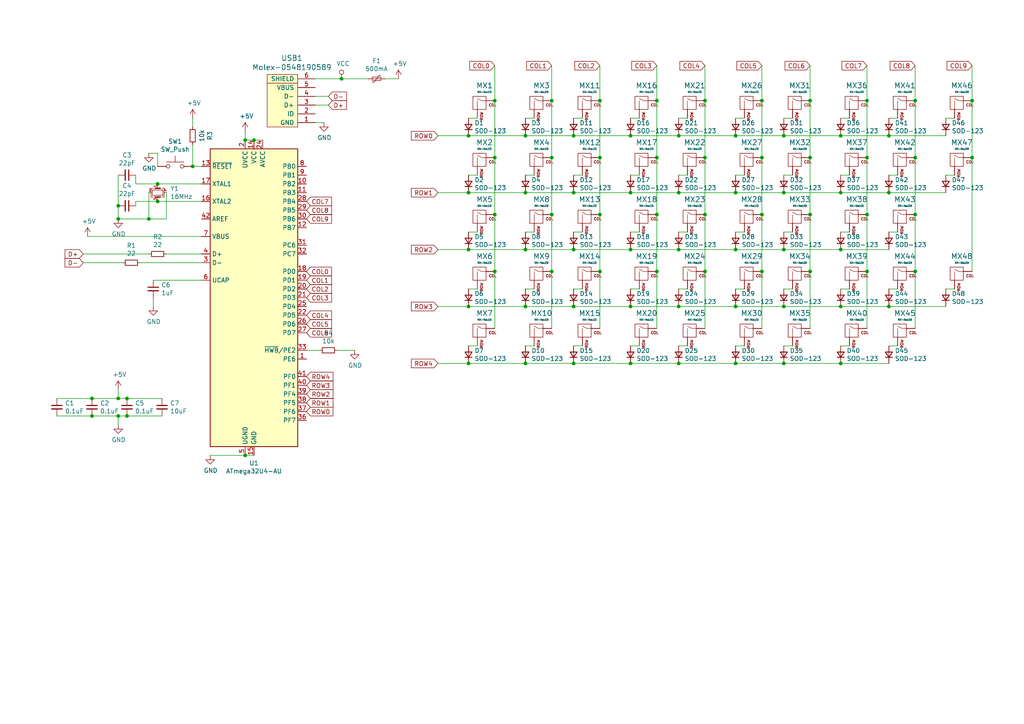
<source format=kicad_sch>
(kicad_sch (version 20231120) (generator "eeschema") (generator_version "8.0")
  (paper "A4")
  (junction (at 243.84 72.39))
  (junction (at 152.4 39.37))
  (junction (at 160.02 45.72))
  (junction (at 26.67 120.65))
  (junction (at 173.99 62.23))
  (junction (at 166.37 105.41))
  (junction (at 182.88 105.41))
  (junction (at 36.83 115.57))
  (junction (at 251.46 78.74))
  (junction (at 143.51 29.21))
  (junction (at 143.51 78.74))
  (junction (at 213.36 88.9))
  (junction (at 265.43 62.23))
  (junction (at 220.98 45.72))
  (junction (at 190.5 78.74))
  (junction (at 160.02 62.23))
  (junction (at 227.33 39.37))
  (junction (at 213.36 72.39))
  (junction (at 227.33 72.39))
  (junction (at 196.85 105.41))
  (junction (at 227.33 55.88))
  (junction (at 166.37 88.9))
  (junction (at 234.95 29.21))
  (junction (at 257.81 55.88))
  (junction (at 257.81 39.37))
  (junction (at 213.36 105.41))
  (junction (at 99.06 22.86))
  (junction (at 281.94 45.72))
  (junction (at 135.89 88.9))
  (junction (at 234.95 78.74))
  (junction (at 160.02 29.21))
  (junction (at 34.29 63.5))
  (junction (at 135.89 39.37))
  (junction (at 160.02 78.74))
  (junction (at 196.85 88.9))
  (junction (at 251.46 45.72))
  (junction (at 213.36 39.37))
  (junction (at 190.5 29.21))
  (junction (at 73.66 40.64))
  (junction (at 196.85 72.39))
  (junction (at 152.4 88.9))
  (junction (at 152.4 105.41))
  (junction (at 234.95 45.72))
  (junction (at 213.36 55.88))
  (junction (at 143.51 62.23))
  (junction (at 152.4 55.88))
  (junction (at 196.85 55.88))
  (junction (at 166.37 39.37))
  (junction (at 173.99 29.21))
  (junction (at 26.67 115.57))
  (junction (at 257.81 88.9))
  (junction (at 227.33 105.41))
  (junction (at 45.72 58.42))
  (junction (at 135.89 55.88))
  (junction (at 234.95 62.23))
  (junction (at 152.4 72.39))
  (junction (at 71.12 40.64))
  (junction (at 251.46 29.21))
  (junction (at 182.88 72.39))
  (junction (at 204.47 78.74))
  (junction (at 135.89 72.39))
  (junction (at 166.37 55.88))
  (junction (at 173.99 45.72))
  (junction (at 71.12 132.08))
  (junction (at 204.47 45.72))
  (junction (at 204.47 62.23))
  (junction (at 220.98 29.21))
  (junction (at 45.72 53.34))
  (junction (at 182.88 39.37))
  (junction (at 135.89 105.41))
  (junction (at 243.84 88.9))
  (junction (at 227.33 88.9))
  (junction (at 173.99 78.74))
  (junction (at 55.88 48.26))
  (junction (at 182.88 88.9))
  (junction (at 220.98 78.74))
  (junction (at 243.84 39.37))
  (junction (at 34.29 59.69))
  (junction (at 243.84 55.88))
  (junction (at 265.43 78.74))
  (junction (at 265.43 45.72))
  (junction (at 143.51 45.72))
  (junction (at 43.18 63.5))
  (junction (at 166.37 72.39))
  (junction (at 196.85 39.37))
  (junction (at 220.98 62.23))
  (junction (at 243.84 105.41))
  (junction (at 34.29 120.65))
  (junction (at 190.5 62.23))
  (junction (at 265.43 29.21))
  (junction (at 182.88 55.88))
  (junction (at 34.29 115.57))
  (junction (at 281.94 29.21))
  (junction (at 36.83 120.65))
  (junction (at 204.47 29.21))
  (junction (at 251.46 62.23))
  (junction (at 190.5 45.72))
  (wire (pts (xy 190.5 45.72) (xy 190.5 29.21)))
  (wire (pts (xy 45.72 53.34) (xy 39.37 53.34)))
  (wire (pts (xy 73.66 132.08) (xy 71.12 132.08)))
  (wire (pts (xy 91.44 35.56) (xy 93.98 35.56)))
  (wire (pts (xy 213.36 83.82) (xy 215.9 83.82)))
  (wire (pts (xy 135.89 100.33) (xy 138.43 100.33)))
  (wire (pts (xy 251.46 29.21) (xy 251.46 19.05)))
  (wire (pts (xy 152.4 39.37) (xy 166.37 39.37)))
  (wire (pts (xy 196.85 50.8) (xy 199.39 50.8)))
  (wire (pts (xy 152.4 100.33) (xy 154.94 100.33)))
  (wire (pts (xy 152.4 39.37) (xy 135.89 39.37)))
  (wire (pts (xy 227.33 100.33) (xy 229.87 100.33)))
  (wire (pts (xy 55.88 48.26) (xy 58.42 48.26)))
  (wire (pts (xy 220.98 45.72) (xy 220.98 62.23)))
  (wire (pts (xy 243.84 72.39) (xy 227.33 72.39)))
  (wire (pts (xy 220.98 78.74) (xy 220.98 62.23)))
  (wire (pts (xy 173.99 95.25) (xy 173.99 78.74)))
  (wire (pts (xy 234.95 78.74) (xy 234.95 62.23)))
  (wire (pts (xy 152.4 88.9) (xy 135.89 88.9)))
  (wire (pts (xy 26.67 115.57) (xy 16.51 115.57)))
  (wire (pts (xy 91.44 22.86) (xy 99.06 22.86)))
  (wire (pts (xy 234.95 45.72) (xy 234.95 62.23)))
  (wire (pts (xy 243.84 39.37) (xy 257.81 39.37)))
  (wire (pts (xy 243.84 34.29) (xy 246.38 34.29)))
  (wire (pts (xy 243.84 105.41) (xy 227.33 105.41)))
  (wire (pts (xy 111.76 22.86) (xy 115.57 22.86)))
  (wire (pts (xy 243.84 100.33) (xy 246.38 100.33)))
  (wire (pts (xy 251.46 45.72) (xy 251.46 62.23)))
  (wire (pts (xy 190.5 45.72) (xy 190.5 62.23)))
  (wire (pts (xy 34.29 59.69) (xy 34.29 63.5)))
  (wire (pts (xy 43.18 44.45) (xy 45.72 44.45)))
  (wire (pts (xy 168.91 67.31) (xy 166.37 67.31)))
  (wire (pts (xy 135.89 50.8) (xy 138.43 50.8)))
  (wire (pts (xy 45.72 58.42) (xy 39.37 58.42)))
  (wire (pts (xy 135.89 83.82) (xy 138.43 83.82)))
  (wire (pts (xy 55.88 34.29) (xy 55.88 36.83)))
  (wire (pts (xy 243.84 50.8) (xy 246.38 50.8)))
  (wire (pts (xy 274.32 88.9) (xy 257.81 88.9)))
  (wire (pts (xy 45.72 44.45) (xy 45.72 48.26)))
  (wire (pts (xy 265.43 78.74) (xy 265.43 62.23)))
  (wire (pts (xy 39.37 53.34) (xy 39.37 50.8)))
  (wire (pts (xy 204.47 45.72) (xy 204.47 29.21)))
  (wire (pts (xy 152.4 50.8) (xy 154.94 50.8)))
  (wire (pts (xy 97.79 101.6) (xy 102.87 101.6)))
  (wire (pts (xy 234.95 45.72) (xy 234.95 29.21)))
  (wire (pts (xy 135.89 39.37) (xy 127 39.37)))
  (wire (pts (xy 143.51 29.21) (xy 143.51 19.05)))
  (wire (pts (xy 251.46 78.74) (xy 251.46 62.23)))
  (wire (pts (xy 251.46 45.72) (xy 251.46 29.21)))
  (wire (pts (xy 58.42 53.34) (xy 45.72 53.34)))
  (wire (pts (xy 138.43 34.29) (xy 135.89 34.29)))
  (wire (pts (xy 143.51 95.25) (xy 143.51 78.74)))
  (wire (pts (xy 213.36 67.31) (xy 215.9 67.31)))
  (wire (pts (xy 160.02 78.74) (xy 160.02 62.23)))
  (wire (pts (xy 135.89 105.41) (xy 127 105.41)))
  (wire (pts (xy 199.39 67.31) (xy 196.85 67.31)))
  (wire (pts (xy 160.02 45.72) (xy 160.02 62.23)))
  (wire (pts (xy 260.35 34.29) (xy 257.81 34.29)))
  (wire (pts (xy 229.87 67.31) (xy 227.33 67.31)))
  (wire (pts (xy 166.37 100.33) (xy 168.91 100.33)))
  (wire (pts (xy 166.37 83.82) (xy 168.91 83.82)))
  (wire (pts (xy 34.29 113.03) (xy 34.29 115.57)))
  (wire (pts (xy 58.42 73.66) (xy 48.26 73.66)))
  (wire (pts (xy 182.88 105.41) (xy 166.37 105.41)))
  (wire (pts (xy 152.4 55.88) (xy 135.89 55.88)))
  (wire (pts (xy 135.89 88.9) (xy 127 88.9)))
  (wire (pts (xy 152.4 55.88) (xy 166.37 55.88)))
  (wire (pts (xy 265.43 29.21) (xy 265.43 19.05)))
  (wire (pts (xy 152.4 34.29) (xy 154.94 34.29)))
  (wire (pts (xy 16.51 120.65) (xy 26.67 120.65)))
  (wire (pts (xy 34.29 115.57) (xy 26.67 115.57)))
  (wire (pts (xy 48.26 63.5) (xy 48.26 55.88)))
  (wire (pts (xy 88.9 101.6) (xy 92.71 101.6)))
  (wire (pts (xy 274.32 55.88) (xy 257.81 55.88)))
  (wire (pts (xy 243.84 67.31) (xy 246.38 67.31)))
  (wire (pts (xy 182.88 34.29) (xy 185.42 34.29)))
  (wire (pts (xy 143.51 45.72) (xy 143.51 29.21)))
  (wire (pts (xy 99.06 22.86) (xy 106.68 22.86)))
  (wire (pts (xy 196.85 83.82) (xy 199.39 83.82)))
  (wire (pts (xy 152.4 105.41) (xy 166.37 105.41)))
  (wire (pts (xy 213.36 100.33) (xy 215.9 100.33)))
  (wire (pts (xy 257.81 50.8) (xy 260.35 50.8)))
  (wire (pts (xy 281.94 78.74) (xy 281.94 45.72)))
  (wire (pts (xy 213.36 55.88) (xy 196.85 55.88)))
  (wire (pts (xy 243.84 88.9) (xy 227.33 88.9)))
  (wire (pts (xy 227.33 50.8) (xy 229.87 50.8)))
  (wire (pts (xy 166.37 50.8) (xy 168.91 50.8)))
  (wire (pts (xy 213.36 34.29) (xy 215.9 34.29)))
  (wire (pts (xy 182.88 72.39) (xy 166.37 72.39)))
  (wire (pts (xy 173.99 78.74) (xy 173.99 62.23)))
  (wire (pts (xy 152.4 72.39) (xy 135.89 72.39)))
  (wire (pts (xy 243.84 88.9) (xy 257.81 88.9)))
  (wire (pts (xy 213.36 88.9) (xy 196.85 88.9)))
  (wire (pts (xy 55.88 48.26) (xy 55.88 41.91)))
  (wire (pts (xy 152.4 88.9) (xy 166.37 88.9)))
  (wire (pts (xy 243.84 72.39) (xy 257.81 72.39)))
  (wire (pts (xy 213.36 39.37) (xy 227.33 39.37)))
  (wire (pts (xy 58.42 76.2) (xy 40.64 76.2)))
  (wire (pts (xy 220.98 45.72) (xy 220.98 29.21)))
  (wire (pts (xy 213.36 55.88) (xy 227.33 55.88)))
  (wire (pts (xy 274.32 83.82) (xy 276.86 83.82)))
  (wire (pts (xy 213.36 50.8) (xy 215.9 50.8)))
  (wire (pts (xy 25.4 68.58) (xy 58.42 68.58)))
  (wire (pts (xy 135.89 55.88) (xy 127 55.88)))
  (wire (pts (xy 204.47 95.25) (xy 204.47 78.74)))
  (wire (pts (xy 160.02 29.21) (xy 160.02 19.05)))
  (wire (pts (xy 36.83 115.57) (xy 34.29 115.57)))
  (wire (pts (xy 36.83 120.65) (xy 46.99 120.65)))
  (wire (pts (xy 234.95 95.25) (xy 234.95 78.74)))
  (wire (pts (xy 182.88 88.9) (xy 166.37 88.9)))
  (wire (pts (xy 243.84 83.82) (xy 246.38 83.82)))
  (wire (pts (xy 204.47 78.74) (xy 204.47 62.23)))
  (wire (pts (xy 71.12 40.64) (xy 71.12 38.1)))
  (wire (pts (xy 46.99 115.57) (xy 36.83 115.57)))
  (wire (pts (xy 243.84 105.41) (xy 257.81 105.41)))
  (wire (pts (xy 43.18 63.5) (xy 34.29 63.5)))
  (wire (pts (xy 196.85 100.33) (xy 199.39 100.33)))
  (wire (pts (xy 199.39 34.29) (xy 196.85 34.29)))
  (wire (pts (xy 73.66 40.64) (xy 71.12 40.64)))
  (wire (pts (xy 182.88 55.88) (xy 166.37 55.88)))
  (wire (pts (xy 229.87 34.29) (xy 227.33 34.29)))
  (wire (pts (xy 182.88 100.33) (xy 185.42 100.33)))
  (wire (pts (xy 173.99 29.21) (xy 173.99 19.05)))
  (wire (pts (xy 58.42 81.28) (xy 44.45 81.28)))
  (wire (pts (xy 182.88 39.37) (xy 196.85 39.37)))
  (wire (pts (xy 182.88 50.8) (xy 185.42 50.8)))
  (wire (pts (xy 274.32 34.29) (xy 276.86 34.29)))
  (wire (pts (xy 39.37 58.42) (xy 39.37 59.69)))
  (wire (pts (xy 190.5 29.21) (xy 190.5 19.05)))
  (wire (pts (xy 227.33 83.82) (xy 229.87 83.82)))
  (wire (pts (xy 44.45 86.36) (xy 44.45 88.9)))
  (wire (pts (xy 257.81 100.33) (xy 260.35 100.33)))
  (wire (pts (xy 34.29 123.19) (xy 34.29 120.65)))
  (wire (pts (xy 213.36 72.39) (xy 227.33 72.39)))
  (wire (pts (xy 190.5 95.25) (xy 190.5 78.74)))
  (wire (pts (xy 160.02 45.72) (xy 160.02 29.21)))
  (wire (pts (xy 34.29 120.65) (xy 36.83 120.65)))
  (wire (pts (xy 43.18 73.66) (xy 24.13 73.66)))
  (wire (pts (xy 260.35 67.31) (xy 257.81 67.31)))
  (wire (pts (xy 265.43 95.25) (xy 265.43 78.74)))
  (wire (pts (xy 265.43 45.72) (xy 265.43 62.23)))
  (wire (pts (xy 281.94 29.21) (xy 281.94 19.05)))
  (wire (pts (xy 190.5 78.74) (xy 190.5 62.23)))
  (wire (pts (xy 257.81 83.82) (xy 260.35 83.82)))
  (wire (pts (xy 43.18 55.88) (xy 43.18 63.5)))
  (wire (pts (xy 135.89 72.39) (xy 127 72.39)))
  (wire (pts (xy 243.84 55.88) (xy 227.33 55.88)))
  (wire (pts (xy 143.51 78.74) (xy 143.51 62.23)))
  (wire (pts (xy 35.56 76.2) (xy 24.13 76.2)))
  (wire (pts (xy 281.94 45.72) (xy 281.94 29.21)))
  (wire (pts (xy 213.36 105.41) (xy 227.33 105.41)))
  (wire (pts (xy 138.43 67.31) (xy 135.89 67.31)))
  (wire (pts (xy 243.84 39.37) (xy 227.33 39.37)))
  (wire (pts (xy 173.99 45.72) (xy 173.99 62.23)))
  (wire (pts (xy 265.43 45.72) (xy 265.43 29.21)))
  (wire (pts (xy 251.46 95.25) (xy 251.46 78.74)))
  (wire (pts (xy 213.36 39.37) (xy 196.85 39.37)))
  (wire (pts (xy 71.12 132.08) (xy 60.96 132.08)))
  (wire (pts (xy 182.88 67.31) (xy 185.42 67.31)))
  (wire (pts (xy 160.02 95.25) (xy 160.02 78.74)))
  (wire (pts (xy 168.91 34.29) (xy 166.37 34.29)))
  (wire (pts (xy 182.88 55.88) (xy 196.85 55.88)))
  (wire (pts (xy 152.4 67.31) (xy 154.94 67.31)))
  (wire (pts (xy 250.19 62.23) (xy 251.46 62.23)))
  (wire (pts (xy 213.36 88.9) (xy 227.33 88.9)))
  (wire (pts (xy 43.18 63.5) (xy 48.26 63.5)))
  (wire (pts (xy 152.4 105.41) (xy 135.89 105.41)))
  (wire (pts (xy 182.88 83.82) (xy 185.42 83.82)))
  (wire (pts (xy 182.88 105.41) (xy 196.85 105.41)))
  (wire (pts (xy 274.32 50.8) (xy 276.86 50.8)))
  (wire (pts (xy 91.44 30.48) (xy 95.25 30.48)))
  (wire (pts (xy 204.47 29.21) (xy 204.47 19.05)))
  (wire (pts (xy 34.29 50.8) (xy 34.29 59.69)))
  (wire (pts (xy 58.42 58.42) (xy 45.72 58.42)))
  (wire (pts (xy 91.44 27.94) (xy 95.25 27.94)))
  (wire (pts (xy 234.95 29.21) (xy 234.95 19.05)))
  (wire (pts (xy 182.88 72.39) (xy 196.85 72.39)))
  (wire (pts (xy 243.84 55.88) (xy 257.81 55.88)))
  (wire (pts (xy 173.99 45.72) (xy 173.99 29.21)))
  (wire (pts (xy 152.4 83.82) (xy 154.94 83.82)))
  (wire (pts (xy 143.51 45.72) (xy 143.51 62.23)))
  (wire (pts (xy 213.36 72.39) (xy 196.85 72.39)))
  (wire (pts (xy 204.47 45.72) (xy 204.47 62.23)))
  (wire (pts (xy 220.98 29.21) (xy 220.98 19.05)))
  (wire (pts (xy 182.88 88.9) (xy 196.85 88.9)))
  (wire (pts (xy 220.98 95.25) (xy 220.98 78.74)))
  (wire (pts (xy 182.88 39.37) (xy 166.37 39.37)))
  (wire (pts (xy 274.32 39.37) (xy 257.81 39.37)))
  (wire (pts (xy 26.67 120.65) (xy 34.29 120.65)))
  (wire (pts (xy 213.36 105.41) (xy 196.85 105.41)))
  (wire (pts (xy 152.4 72.39) (xy 166.37 72.39)))
  (wire (pts (xy 76.2 40.64) (xy 73.66 40.64)))
  (global_label "COL2" (shape input) (at 88.9 83.82 0) (property "Intersheetrefs" "${INTERSHEET_REFS}" (effects (hide yes))))
  (global_label "D-" (shape input) (at 24.13 76.2 180) (property "Intersheetrefs" "${INTERSHEET_REFS}" (effects (hide yes))))
  (global_label "COL8" (shape input) (at 88.9 60.96 0) (property "Intersheetrefs" "${INTERSHEET_REFS}" (effects (hide yes))))
  (global_label "COL1" (shape input) (at 160.02 19.05 180) (property "Intersheetrefs" "${INTERSHEET_REFS}" (effects (hide yes))))
  (global_label "COL5" (shape input) (at 88.9 93.98 0) (property "Intersheetrefs" "${INTERSHEET_REFS}" (effects (hide yes))))
  (global_label "ROW2" (shape input) (at 127 72.39 180) (property "Intersheetrefs" "${INTERSHEET_REFS}" (effects (hide yes))))
  (global_label "COL5" (shape input) (at 220.98 19.05 180) (property "Intersheetrefs" "${INTERSHEET_REFS}" (effects (hide yes))))
  (global_label "COL8" (shape input) (at 265.43 19.05 180) (property "Intersheetrefs" "${INTERSHEET_REFS}" (effects (hide yes))))
  (global_label "COL9" (shape input) (at 88.9 63.5 0) (property "Intersheetrefs" "${INTERSHEET_REFS}" (effects (hide yes))))
  (global_label "ROW1" (shape input) (at 127 55.88 180) (property "Intersheetrefs" "${INTERSHEET_REFS}" (effects (hide yes))))
  (global_label "COL0" (shape input) (at 143.51 19.05 180) (property "Intersheetrefs" "${INTERSHEET_REFS}" (effects (hide yes))))
  (global_label "COL9" (shape input) (at 281.94 19.05 180) (property "Intersheetrefs" "${INTERSHEET_REFS}" (effects (hide yes))))
  (global_label "COL7" (shape input) (at 251.46 19.05 180) (property "Intersheetrefs" "${INTERSHEET_REFS}" (effects (hide yes))))
  (global_label "ROW4" (shape input) (at 88.9 109.22 0) (property "Intersheetrefs" "${INTERSHEET_REFS}" (effects (hide yes))))
  (global_label "COL4" (shape input) (at 88.9 91.44 0) (property "Intersheetrefs" "${INTERSHEET_REFS}" (effects (hide yes))))
  (global_label "D+" (shape input) (at 95.25 30.48 0) (property "Intersheetrefs" "${INTERSHEET_REFS}" (effects (hide yes))))
  (global_label "ROW4" (shape input) (at 127 105.41 180) (property "Intersheetrefs" "${INTERSHEET_REFS}" (effects (hide yes))))
  (global_label "COL3" (shape input) (at 88.9 86.36 0) (property "Intersheetrefs" "${INTERSHEET_REFS}" (effects (hide yes))))
  (global_label "COL7" (shape input) (at 88.9 58.42 0) (property "Intersheetrefs" "${INTERSHEET_REFS}" (effects (hide yes))))
  (global_label "ROW3" (shape input) (at 127 88.9 180) (property "Intersheetrefs" "${INTERSHEET_REFS}" (effects (hide yes))))
  (global_label "ROW0" (shape input) (at 127 39.37 180) (property "Intersheetrefs" "${INTERSHEET_REFS}" (effects (hide yes))))
  (global_label "COL6" (shape input) (at 88.9 96.52 0) (property "Intersheetrefs" "${INTERSHEET_REFS}" (effects (hide yes))))
  (global_label "COL1" (shape input) (at 88.9 81.28 0) (property "Intersheetrefs" "${INTERSHEET_REFS}" (effects (hide yes))))
  (global_label "ROW3" (shape input) (at 88.9 111.76 0) (property "Intersheetrefs" "${INTERSHEET_REFS}" (effects (hide yes))))
  (global_label "COL6" (shape input) (at 234.95 19.05 180) (property "Intersheetrefs" "${INTERSHEET_REFS}" (effects (hide yes))))
  (global_label "COL3" (shape input) (at 190.5 19.05 180) (property "Intersheetrefs" "${INTERSHEET_REFS}" (effects (hide yes))))
  (global_label "D+" (shape input) (at 24.13 73.66 180) (property "Intersheetrefs" "${INTERSHEET_REFS}" (effects (hide yes))))
  (global_label "ROW1" (shape input) (at 88.9 116.84 0) (property "Intersheetrefs" "${INTERSHEET_REFS}" (effects (hide yes))))
  (global_label "COL2" (shape input) (at 173.99 19.05 180) (property "Intersheetrefs" "${INTERSHEET_REFS}" (effects (hide yes))))
  (global_label "ROW0" (shape input) (at 88.9 119.38 0) (property "Intersheetrefs" "${INTERSHEET_REFS}" (effects (hide yes))))
  (global_label "ROW2" (shape input) (at 88.9 114.3 0) (property "Intersheetrefs" "${INTERSHEET_REFS}" (effects (hide yes))))
  (global_label "COL4" (shape input) (at 204.47 19.05 180) (property "Intersheetrefs" "${INTERSHEET_REFS}" (effects (hide yes))))
  (global_label "D-" (shape input) (at 95.25 27.94 0) (property "Intersheetrefs" "${INTERSHEET_REFS}" (effects (hide yes))))
  (global_label "COL0" (shape input) (at 88.9 78.74 0) (property "Intersheetrefs" "${INTERSHEET_REFS}" (effects (hide yes))))
  (symbol (lib_id "kicadNEWXboard-rescue:ATmega32U4-AU-MCU_Microchip_ATmega") (at 73.66 86.36 0) (unit 1)
    (property "Reference" "U1" (at 73.66 134.3406 0))
    (property "Value" "ATmega32U4-AU" (at 73.66 136.652 0))
    (property "Footprint" "Package_QFP:TQFP-44_10x10mm_P0.8mm" (effects (hide yes)))
    (property "Datasheet" "http://ww1.microchip.com/downloads/en/DeviceDoc/Atmel-7766-8-bit-AVR-ATmega16U4-32U4_Datasheet.pdf" (effects (hide yes)))
  )
  (symbol (lib_id "Switch:SW_Push") (at 50.8 48.26 0) (unit 1)
    (property "Reference" "SW1" (at 50.8 41.021 0))
    (property "Value" "SW_Push" (at 50.8 43.3324 0))
    (property "Footprint" "random-keyboard-parts:SKQG-1155865" (effects (hide yes)))
  )
  (symbol (lib_id "kicadNEWXboard-rescue:GND-power") (at 43.18 44.45 0) (unit 1)
    (property "Reference" "#PWR0109" (effects (hide yes)))
    (property "Value" "GND" (at 43.307 48.8442 0))
  )
  (symbol (lib_id "Device:R_Small") (at 55.88 39.37 180) (unit 1)
    (property "Reference" "R3" (at 60.8584 39.37 90))
    (property "Value" "10k" (at 58.547 39.37 90))
    (property "Footprint" "Resistor_SMD:R_0805_2012Metric" (effects (hide yes)))
  )
  (symbol (lib_id "kicadNEWXboard-rescue:+5V-power") (at 55.88 34.29 0) (unit 1)
    (property "Reference" "#PWR0110" (effects (hide yes)))
    (property "Value" "+5V" (at 56.261 29.8958 0))
  )
  (symbol (lib_id "kicadNEWXboard-rescue:+5V-power") (at 71.12 38.1 0) (unit 1)
    (property "Reference" "#PWR0101" (effects (hide yes)))
    (property "Value" "+5V" (at 71.501 33.7058 0))
  )
  (symbol (lib_id "kicadNEWXboard-rescue:GND-power") (at 60.96 132.08 0) (unit 1)
    (property "Reference" "#PWR0102" (effects (hide yes)))
    (property "Value" "GND" (at 61.087 136.4742 0))
  )
  (symbol (lib_id "random-keyboard-parts:Molex-0548190589") (at 83.82 30.48 90) (unit 1)
    (property "Reference" "USB1" (at 84.6582 16.8402 90) (effects (font (size 1.524 1.524))))
    (property "Value" "Molex-0548190589" (at 84.6582 19.5326 90) (effects (font (size 1.524 1.524))))
    (property "Footprint" "random-keyboard-parts:Molex-0548190519" (effects (hide yes)))
  )
  (symbol (lib_id "Device:R_Small") (at 95.25 101.6 270) (unit 1)
    (property "Reference" "R4" (at 95.25 96.6216 90))
    (property "Value" "10k" (at 95.25 98.933 90))
    (property "Footprint" "Resistor_SMD:R_0805_2012Metric" (effects (hide yes)))
  )
  (symbol (lib_id "kicadNEWXboard-rescue:VCC-power") (at 99.06 22.86 0) (unit 1)
    (property "Reference" "#PWR0111" (effects (hide yes)))
    (property "Value" "VCC" (at 99.4918 18.4658 0))
  )
  (symbol (lib_id "kicadNEWXboard-rescue:GND-power") (at 102.87 101.6 0) (unit 1)
    (property "Reference" "#PWR0103" (effects (hide yes)))
    (property "Value" "GND" (at 102.997 105.9942 0))
  )
  (symbol (lib_id "Device:Polyfuse_Small") (at 109.22 22.86 270) (unit 1)
    (property "Reference" "F1" (at 109.22 17.653 90))
    (property "Value" "500mA" (at 109.22 19.9644 90))
    (property "Footprint" "Fuse:Fuse_1206_3216Metric" (effects (hide yes)))
  )
  (symbol (lib_id "Device:R_Small") (at 45.72 73.66 270) (unit 1)
    (property "Reference" "R2" (at 45.72 68.6816 90))
    (property "Value" "22" (at 45.72 70.993 90))
    (property "Footprint" "Resistor_SMD:R_0805_2012Metric" (effects (hide yes)))
  )
  (symbol (lib_id "kicadNEWXboard-rescue:+5V-power") (at 115.57 22.86 0) (unit 1)
    (property "Reference" "#PWR0112" (effects (hide yes)))
    (property "Value" "+5V" (at 115.951 18.4658 0))
  )
  (symbol (lib_id "Device:R_Small") (at 38.1 76.2 270) (unit 1)
    (property "Reference" "R1" (at 38.1 71.2216 90))
    (property "Value" "22" (at 38.1 73.533 90))
    (property "Footprint" "Resistor_SMD:R_0805_2012Metric" (effects (hide yes)))
  )
  (symbol (lib_id "kicadNEWXboard-rescue:GND-power") (at 93.98 35.56 0) (unit 1)
    (property "Reference" "#PWR0113" (effects (hide yes)))
    (property "Value" "GND" (at 94.107 39.9542 0))
  )
  (symbol (lib_id "MX_Alps_Hybrid:MX-NoLED") (at 139.7 30.48 0) (unit 1)
    (property "Reference" "MX1" (at 140.5382 24.8158 0) (effects (font (size 1.524 1.524))))
    (property "Value" "MX-NoLED" (at 140.5382 26.6954 0) (effects (font (size 0.508 0.508))))
    (property "Footprint" "MX_Alps_Hybrid:MX-1U" (effects (hide yes)))
  )
  (symbol (lib_id "Device:D_Small") (at 135.89 36.83 90) (unit 1)
    (property "Reference" "D1" (at 137.6172 35.6616 90) (effects (justify right)))
    (property "Value" "SOD-123" (at 137.6172 37.973 90) (effects (justify right)))
    (property "Footprint" "Diode_SMD:D_SOD-123" (effects (hide yes)))
  )
  (symbol (lib_id "Device:C_Small") (at 44.45 83.82 0) (unit 1)
    (property "Reference" "C6" (at 46.7868 82.6516 0) (effects (justify left)))
    (property "Value" "1uF" (at 46.7868 84.963 0) (effects (justify left)))
    (property "Footprint" "Capacitor_SMD:C_0805_2012Metric" (effects (hide yes)))
  )
  (symbol (lib_id "kicadNEWXboard-rescue:GND-power") (at 44.45 88.9 0) (unit 1)
    (property "Reference" "#PWR0104" (effects (hide yes)))
    (property "Value" "GND" (at 44.577 93.2942 0))
  )
  (symbol (lib_id "kicadNEWXboard-rescue:GND-power") (at 34.29 123.19 0) (unit 1)
    (property "Reference" "#PWR0105" (effects (hide yes)))
    (property "Value" "GND" (at 34.417 127.5842 0))
  )
  (symbol (lib_id "kicadNEWXboard-rescue:+5V-power") (at 34.29 113.03 0) (unit 1)
    (property "Reference" "#PWR0106" (effects (hide yes)))
    (property "Value" "+5V" (at 34.671 108.6358 0))
  )
  (symbol (lib_id "Device:C_Small") (at 26.67 118.11 0) (unit 1)
    (property "Reference" "C2" (at 29.0068 116.9416 0) (effects (justify left)))
    (property "Value" "0.1uF" (at 29.0068 119.253 0) (effects (justify left)))
    (property "Footprint" "Capacitor_SMD:C_0805_2012Metric" (effects (hide yes)))
  )
  (symbol (lib_id "Device:C_Small") (at 36.83 118.11 0) (unit 1)
    (property "Reference" "C5" (at 39.1668 116.9416 0) (effects (justify left)))
    (property "Value" "0.1uF" (at 39.1668 119.253 0) (effects (justify left)))
    (property "Footprint" "Capacitor_SMD:C_0805_2012Metric" (effects (hide yes)))
  )
  (symbol (lib_id "Device:C_Small") (at 46.99 118.11 0) (unit 1)
    (property "Reference" "C7" (at 49.3268 116.9416 0) (effects (justify left)))
    (property "Value" "10uF" (at 49.3268 119.253 0) (effects (justify left)))
    (property "Footprint" "Capacitor_SMD:C_0805_2012Metric" (effects (hide yes)))
  )
  (symbol (lib_id "Device:C_Small") (at 16.51 118.11 0) (unit 1)
    (property "Reference" "C1" (at 18.8468 116.9416 0) (effects (justify left)))
    (property "Value" "0.1uF" (at 18.8468 119.253 0) (effects (justify left)))
    (property "Footprint" "Capacitor_SMD:C_0805_2012Metric" (effects (hide yes)))
  )
  (symbol (lib_id "Device:D_Small") (at 182.88 53.34 90) (unit 1)
    (property "Reference" "D17" (at 184.6072 52.1716 90) (effects (justify right)))
    (property "Value" "SOD-123" (at 184.6072 54.483 90) (effects (justify right)))
    (property "Footprint" "Diode_SMD:D_SOD-123" (effects (hide yes)))
  )
  (symbol (lib_id "Device:D_Small") (at 166.37 53.34 90) (unit 1)
    (property "Reference" "D12" (at 168.0972 52.1716 90) (effects (justify right)))
    (property "Value" "SOD-123" (at 168.0972 54.483 90) (effects (justify right)))
    (property "Footprint" "Diode_SMD:D_SOD-123" (effects (hide yes)))
  )
  (symbol (lib_id "MX_Alps_Hybrid:MX-NoLED") (at 170.18 46.99 0) (unit 1)
    (property "Reference" "MX12" (at 171.0182 41.3258 0) (effects (font (size 1.524 1.524))))
    (property "Value" "MX-NoLED" (at 171.0182 43.2054 0) (effects (font (size 0.508 0.508))))
    (property "Footprint" "MX_Alps_Hybrid:MX-1U" (effects (hide yes)))
  )
  (symbol (lib_id "MX_Alps_Hybrid:MX-NoLED") (at 186.69 46.99 0) (unit 1)
    (property "Reference" "MX17" (at 187.5282 41.3258 0) (effects (font (size 1.524 1.524))))
    (property "Value" "MX-NoLED" (at 187.5282 43.2054 0) (effects (font (size 0.508 0.508))))
    (property "Footprint" "MX_Alps_Hybrid:MX-1U" (effects (hide yes)))
  )
  (symbol (lib_id "Device:D_Small") (at 182.88 36.83 90) (unit 1)
    (property "Reference" "D16" (at 184.6072 35.6616 90) (effects (justify right)))
    (property "Value" "SOD-123" (at 184.6072 37.973 90) (effects (justify right)))
    (property "Footprint" "Diode_SMD:D_SOD-123" (effects (hide yes)))
  )
  (symbol (lib_id "MX_Alps_Hybrid:MX-NoLED") (at 186.69 30.48 0) (unit 1)
    (property "Reference" "MX16" (at 187.5282 24.8158 0) (effects (font (size 1.524 1.524))))
    (property "Value" "MX-NoLED" (at 187.5282 26.6954 0) (effects (font (size 0.508 0.508))))
    (property "Footprint" "MX_Alps_Hybrid:MX-1U" (effects (hide yes)))
  )
  (symbol (lib_id "Device:D_Small") (at 166.37 36.83 90) (unit 1)
    (property "Reference" "D11" (at 168.0972 35.6616 90) (effects (justify right)))
    (property "Value" "SOD-123" (at 168.0972 37.973 90) (effects (justify right)))
    (property "Footprint" "Diode_SMD:D_SOD-123" (effects (hide yes)))
  )
  (symbol (lib_id "MX_Alps_Hybrid:MX-NoLED") (at 170.18 30.48 0) (unit 1)
    (property "Reference" "MX11" (at 171.0182 24.8158 0) (effects (font (size 1.524 1.524))))
    (property "Value" "MX-NoLED" (at 171.0182 26.6954 0) (effects (font (size 0.508 0.508))))
    (property "Footprint" "MX_Alps_Hybrid:MX-1U" (effects (hide yes)))
  )
  (symbol (lib_id "MX_Alps_Hybrid:MX-NoLED") (at 156.21 30.48 0) (unit 1)
    (property "Reference" "MX3" (at 157.0482 24.8158 0) (effects (font (size 1.524 1.524))))
    (property "Value" "MX-NoLED" (at 157.0482 26.6954 0) (effects (font (size 0.508 0.508))))
    (property "Footprint" "MX_Alps_Hybrid:MX-1U" (effects (hide yes)))
  )
  (symbol (lib_id "Device:D_Small") (at 152.4 36.83 90) (unit 1)
    (property "Reference" "D3" (at 154.1272 35.6616 90) (effects (justify right)))
    (property "Value" "SOD-123" (at 154.1272 37.973 90) (effects (justify right)))
    (property "Footprint" "Diode_SMD:D_SOD-123" (effects (hide yes)))
  )
  (symbol (lib_id "MX_Alps_Hybrid:MX-NoLED") (at 156.21 46.99 0) (unit 1)
    (property "Reference" "MX4" (at 157.0482 41.3258 0) (effects (font (size 1.524 1.524))))
    (property "Value" "MX-NoLED" (at 157.0482 43.2054 0) (effects (font (size 0.508 0.508))))
    (property "Footprint" "MX_Alps_Hybrid:MX-1U" (effects (hide yes)))
  )
  (symbol (lib_id "MX_Alps_Hybrid:MX-NoLED") (at 139.7 46.99 0) (unit 1)
    (property "Reference" "MX2" (at 140.5382 41.3258 0) (effects (font (size 1.524 1.524))))
    (property "Value" "MX-NoLED" (at 140.5382 43.2054 0) (effects (font (size 0.508 0.508))))
    (property "Footprint" "MX_Alps_Hybrid:MX-1U" (effects (hide yes)))
  )
  (symbol (lib_id "Device:D_Small") (at 135.89 53.34 90) (unit 1)
    (property "Reference" "D2" (at 137.6172 52.1716 90) (effects (justify right)))
    (property "Value" "SOD-123" (at 137.6172 54.483 90) (effects (justify right)))
    (property "Footprint" "Diode_SMD:D_SOD-123" (effects (hide yes)))
  )
  (symbol (lib_id "Device:D_Small") (at 152.4 53.34 90) (unit 1)
    (property "Reference" "D4" (at 154.1272 52.1716 90) (effects (justify right)))
    (property "Value" "SOD-123" (at 154.1272 54.483 90) (effects (justify right)))
    (property "Footprint" "Diode_SMD:D_SOD-123" (effects (hide yes)))
  )
  (symbol (lib_id "kicadNEWXboard-rescue:+5V-power") (at 25.4 68.58 0) (unit 1)
    (property "Reference" "#PWR0107" (effects (hide yes)))
    (property "Value" "+5V" (at 25.781 64.1858 0))
  )
  (symbol (lib_id "Device:Crystal_GND24_Small") (at 45.72 55.88 270) (unit 1)
    (property "Reference" "Y1" (at 49.3776 54.7116 90) (effects (justify left)))
    (property "Value" "16MHz" (at 49.3776 57.023 90) (effects (justify left)))
    (property "Footprint" "Crystal:Crystal_SMD_3225-4Pin_3.2x2.5mm" (effects (hide yes)))
  )
  (symbol (lib_id "Device:C_Small") (at 36.83 50.8 270) (unit 1)
    (property "Reference" "C3" (at 36.83 44.9834 90))
    (property "Value" "22pF" (at 36.83 47.2948 90))
    (property "Footprint" "Capacitor_SMD:C_0805_2012Metric" (effects (hide yes)))
  )
  (symbol (lib_id "Device:C_Small") (at 36.83 59.69 270) (unit 1)
    (property "Reference" "C4" (at 36.83 53.8734 90))
    (property "Value" "22pF" (at 36.83 56.1848 90))
    (property "Footprint" "Capacitor_SMD:C_0805_2012Metric" (effects (hide yes)))
  )
  (symbol (lib_id "kicadNEWXboard-rescue:GND-power") (at 34.29 63.5 0) (unit 1)
    (property "Reference" "#PWR0108" (effects (hide yes)))
    (property "Value" "GND" (at 34.417 67.8942 0))
  )
  (symbol (lib_id "Device:D_Small") (at 213.36 53.34 90) (unit 1)
    (property "Reference" "D27" (at 215.0872 52.1716 90) (effects (justify right)))
    (property "Value" "SOD-123" (at 215.0872 54.483 90) (effects (justify right)))
    (property "Footprint" "Diode_SMD:D_SOD-123" (effects (hide yes)))
  )
  (symbol (lib_id "Device:D_Small") (at 196.85 53.34 90) (unit 1)
    (property "Reference" "D22" (at 198.5772 52.1716 90) (effects (justify right)))
    (property "Value" "SOD-123" (at 198.5772 54.483 90) (effects (justify right)))
    (property "Footprint" "Diode_SMD:D_SOD-123" (effects (hide yes)))
  )
  (symbol (lib_id "MX_Alps_Hybrid:MX-NoLED") (at 200.66 46.99 0) (unit 1)
    (property "Reference" "MX22" (at 201.4982 41.3258 0) (effects (font (size 1.524 1.524))))
    (property "Value" "MX-NoLED" (at 201.4982 43.2054 0) (effects (font (size 0.508 0.508))))
    (property "Footprint" "MX_Alps_Hybrid:MX-1U" (effects (hide yes)))
  )
  (symbol (lib_id "MX_Alps_Hybrid:MX-NoLED") (at 217.17 46.99 0) (unit 1)
    (property "Reference" "MX27" (at 218.0082 41.3258 0) (effects (font (size 1.524 1.524))))
    (property "Value" "MX-NoLED" (at 218.0082 43.2054 0) (effects (font (size 0.508 0.508))))
    (property "Footprint" "MX_Alps_Hybrid:MX-1U" (effects (hide yes)))
  )
  (symbol (lib_id "Device:D_Small") (at 213.36 36.83 90) (unit 1)
    (property "Reference" "D26" (at 215.0872 35.6616 90) (effects (justify right)))
    (property "Value" "SOD-123" (at 215.0872 37.973 90) (effects (justify right)))
    (property "Footprint" "Diode_SMD:D_SOD-123" (effects (hide yes)))
  )
  (symbol (lib_id "MX_Alps_Hybrid:MX-NoLED") (at 217.17 30.48 0) (unit 1)
    (property "Reference" "MX26" (at 218.0082 24.8158 0) (effects (font (size 1.524 1.524))))
    (property "Value" "MX-NoLED" (at 218.0082 26.6954 0) (effects (font (size 0.508 0.508))))
    (property "Footprint" "MX_Alps_Hybrid:MX-1U" (effects (hide yes)))
  )
  (symbol (lib_id "Device:D_Small") (at 196.85 36.83 90) (unit 1)
    (property "Reference" "D21" (at 198.5772 35.6616 90) (effects (justify right)))
    (property "Value" "SOD-123" (at 198.5772 37.973 90) (effects (justify right)))
    (property "Footprint" "Diode_SMD:D_SOD-123" (effects (hide yes)))
  )
  (symbol (lib_id "MX_Alps_Hybrid:MX-NoLED") (at 200.66 30.48 0) (unit 1)
    (property "Reference" "MX21" (at 201.4982 24.8158 0) (effects (font (size 1.524 1.524))))
    (property "Value" "MX-NoLED" (at 201.4982 26.6954 0) (effects (font (size 0.508 0.508))))
    (property "Footprint" "MX_Alps_Hybrid:MX-1U" (effects (hide yes)))
  )
  (symbol (lib_id "Device:D_Small") (at 243.84 53.34 90) (unit 1)
    (property "Reference" "D37" (at 245.5672 52.1716 90) (effects (justify right)))
    (property "Value" "SOD-123" (at 245.5672 54.483 90) (effects (justify right)))
    (property "Footprint" "Diode_SMD:D_SOD-123" (effects (hide yes)))
  )
  (symbol (lib_id "Device:D_Small") (at 227.33 53.34 90) (unit 1)
    (property "Reference" "D32" (at 229.0572 52.1716 90) (effects (justify right)))
    (property "Value" "SOD-123" (at 229.0572 54.483 90) (effects (justify right)))
    (property "Footprint" "Diode_SMD:D_SOD-123" (effects (hide yes)))
  )
  (symbol (lib_id "MX_Alps_Hybrid:MX-NoLED") (at 231.14 46.99 0) (unit 1)
    (property "Reference" "MX32" (at 231.9782 41.3258 0) (effects (font (size 1.524 1.524))))
    (property "Value" "MX-NoLED" (at 231.9782 43.2054 0) (effects (font (size 0.508 0.508))))
    (property "Footprint" "MX_Alps_Hybrid:MX-1U" (effects (hide yes)))
  )
  (symbol (lib_id "MX_Alps_Hybrid:MX-NoLED") (at 247.65 46.99 0) (unit 1)
    (property "Reference" "MX37" (at 248.4882 41.3258 0) (effects (font (size 1.524 1.524))))
    (property "Value" "MX-NoLED" (at 248.4882 43.2054 0) (effects (font (size 0.508 0.508))))
    (property "Footprint" "MX_Alps_Hybrid:MX-1U" (effects (hide yes)))
  )
  (symbol (lib_id "Device:D_Small") (at 243.84 36.83 90) (unit 1)
    (property "Reference" "D36" (at 245.5672 35.6616 90) (effects (justify right)))
    (property "Value" "SOD-123" (at 245.5672 37.973 90) (effects (justify right)))
    (property "Footprint" "Diode_SMD:D_SOD-123" (effects (hide yes)))
  )
  (symbol (lib_id "MX_Alps_Hybrid:MX-NoLED") (at 247.65 30.48 0) (unit 1)
    (property "Reference" "MX36" (at 248.4882 24.8158 0) (effects (font (size 1.524 1.524))))
    (property "Value" "MX-NoLED" (at 248.4882 26.6954 0) (effects (font (size 0.508 0.508))))
    (property "Footprint" "MX_Alps_Hybrid:MX-1U" (effects (hide yes)))
  )
  (symbol (lib_id "Device:D_Small") (at 227.33 36.83 90) (unit 1)
    (property "Reference" "D31" (at 229.0572 35.6616 90) (effects (justify right)))
    (property "Value" "SOD-123" (at 229.0572 37.973 90) (effects (justify right)))
    (property "Footprint" "Diode_SMD:D_SOD-123" (effects (hide yes)))
  )
  (symbol (lib_id "MX_Alps_Hybrid:MX-NoLED") (at 231.14 30.48 0) (unit 1)
    (property "Reference" "MX31" (at 231.9782 24.8158 0) (effects (font (size 1.524 1.524))))
    (property "Value" "MX-NoLED" (at 231.9782 26.6954 0) (effects (font (size 0.508 0.508))))
    (property "Footprint" "MX_Alps_Hybrid:MX-1U" (effects (hide yes)))
  )
  (symbol (lib_id "Device:D_Small") (at 274.32 53.34 90) (unit 1)
    (property "Reference" "D47" (at 276.0472 52.1716 90) (effects (justify right)))
    (property "Value" "SOD-123" (at 276.0472 54.483 90) (effects (justify right)))
    (property "Footprint" "Diode_SMD:D_SOD-123" (effects (hide yes)))
  )
  (symbol (lib_id "Device:D_Small") (at 257.81 53.34 90) (unit 1)
    (property "Reference" "D42" (at 259.5372 52.1716 90) (effects (justify right)))
    (property "Value" "SOD-123" (at 259.5372 54.483 90) (effects (justify right)))
    (property "Footprint" "Diode_SMD:D_SOD-123" (effects (hide yes)))
  )
  (symbol (lib_id "MX_Alps_Hybrid:MX-NoLED") (at 261.62 46.99 0) (unit 1)
    (property "Reference" "MX42" (at 262.4582 41.3258 0) (effects (font (size 1.524 1.524))))
    (property "Value" "MX-NoLED" (at 262.4582 43.2054 0) (effects (font (size 0.508 0.508))))
    (property "Footprint" "MX_Alps_Hybrid:MX-1U" (effects (hide yes)))
  )
  (symbol (lib_id "MX_Alps_Hybrid:MX-NoLED") (at 278.13 46.99 0) (unit 1)
    (property "Reference" "MX47" (at 278.9682 41.3258 0) (effects (font (size 1.524 1.524))))
    (property "Value" "MX-NoLED" (at 278.9682 43.2054 0) (effects (font (size 0.508 0.508))))
    (property "Footprint" "MX_Alps_Hybrid:MX-1U" (effects (hide yes)))
  )
  (symbol (lib_id "Device:D_Small") (at 274.32 36.83 90) (unit 1)
    (property "Reference" "D46" (at 276.0472 35.6616 90) (effects (justify right)))
    (property "Value" "SOD-123" (at 276.0472 37.973 90) (effects (justify right)))
    (property "Footprint" "Diode_SMD:D_SOD-123" (effects (hide yes)))
  )
  (symbol (lib_id "MX_Alps_Hybrid:MX-NoLED") (at 278.13 30.48 0) (unit 1)
    (property "Reference" "MX46" (at 278.9682 24.8158 0) (effects (font (size 1.524 1.524))))
    (property "Value" "MX-NoLED" (at 278.9682 26.6954 0) (effects (font (size 0.508 0.508))))
    (property "Footprint" "MX_Alps_Hybrid:MX-1U" (effects (hide yes)))
  )
  (symbol (lib_id "Device:D_Small") (at 257.81 36.83 90) (unit 1)
    (property "Reference" "D41" (at 259.5372 35.6616 90) (effects (justify right)))
    (property "Value" "SOD-123" (at 259.5372 37.973 90) (effects (justify right)))
    (property "Footprint" "Diode_SMD:D_SOD-123" (effects (hide yes)))
  )
  (symbol (lib_id "MX_Alps_Hybrid:MX-NoLED") (at 261.62 30.48 0) (unit 1)
    (property "Reference" "MX41" (at 262.4582 24.8158 0) (effects (font (size 1.524 1.524))))
    (property "Value" "MX-NoLED" (at 262.4582 26.6954 0) (effects (font (size 0.508 0.508))))
    (property "Footprint" "MX_Alps_Hybrid:MX-1U" (effects (hide yes)))
  )
  (symbol (lib_id "Device:D_Small") (at 152.4 86.36 90) (unit 1)
    (property "Reference" "D9" (at 154.1272 85.1916 90) (effects (justify right)))
    (property "Value" "SOD-123" (at 154.1272 87.503 90) (effects (justify right)))
    (property "Footprint" "Diode_SMD:D_SOD-123" (effects (hide yes)))
  )
  (symbol (lib_id "Device:D_Small") (at 135.89 86.36 90) (unit 1)
    (property "Reference" "D6" (at 137.6172 85.1916 90) (effects (justify right)))
    (property "Value" "SOD-123" (at 137.6172 87.503 90) (effects (justify right)))
    (property "Footprint" "Diode_SMD:D_SOD-123" (effects (hide yes)))
  )
  (symbol (lib_id "MX_Alps_Hybrid:MX-NoLED") (at 139.7 80.01 0) (unit 1)
    (property "Reference" "MX6" (at 140.5382 74.3458 0) (effects (font (size 1.524 1.524))))
    (property "Value" "MX-NoLED" (at 140.5382 76.2254 0) (effects (font (size 0.508 0.508))))
    (property "Footprint" "MX_Alps_Hybrid:MX-1U" (effects (hide yes)))
  )
  (symbol (lib_id "MX_Alps_Hybrid:MX-NoLED") (at 156.21 80.01 0) (unit 1)
    (property "Reference" "MX9" (at 157.0482 74.3458 0) (effects (font (size 1.524 1.524))))
    (property "Value" "MX-NoLED" (at 157.0482 76.2254 0) (effects (font (size 0.508 0.508))))
    (property "Footprint" "MX_Alps_Hybrid:MX-1U" (effects (hide yes)))
  )
  (symbol (lib_id "Device:D_Small") (at 152.4 69.85 90) (unit 1)
    (property "Reference" "D8" (at 154.1272 68.6816 90) (effects (justify right)))
    (property "Value" "SOD-123" (at 154.1272 70.993 90) (effects (justify right)))
    (property "Footprint" "Diode_SMD:D_SOD-123" (effects (hide yes)))
  )
  (symbol (lib_id "MX_Alps_Hybrid:MX-NoLED") (at 156.21 63.5 0) (unit 1)
    (property "Reference" "MX8" (at 157.0482 57.8358 0) (effects (font (size 1.524 1.524))))
    (property "Value" "MX-NoLED" (at 157.0482 59.7154 0) (effects (font (size 0.508 0.508))))
    (property "Footprint" "MX_Alps_Hybrid:MX-1U" (effects (hide yes)))
  )
  (symbol (lib_id "Device:D_Small") (at 135.89 69.85 90) (unit 1)
    (property "Reference" "D5" (at 137.6172 68.6816 90) (effects (justify right)))
    (property "Value" "SOD-123" (at 137.6172 70.993 90) (effects (justify right)))
    (property "Footprint" "Diode_SMD:D_SOD-123" (effects (hide yes)))
  )
  (symbol (lib_id "MX_Alps_Hybrid:MX-NoLED") (at 139.7 63.5 0) (unit 1)
    (property "Reference" "MX5" (at 140.5382 57.8358 0) (effects (font (size 1.524 1.524))))
    (property "Value" "MX-NoLED" (at 140.5382 59.7154 0) (effects (font (size 0.508 0.508))))
    (property "Footprint" "MX_Alps_Hybrid:MX-1U" (effects (hide yes)))
  )
  (symbol (lib_id "Device:D_Small") (at 182.88 86.36 90) (unit 1)
    (property "Reference" "D19" (at 184.6072 85.1916 90) (effects (justify right)))
    (property "Value" "SOD-123" (at 184.6072 87.503 90) (effects (justify right)))
    (property "Footprint" "Diode_SMD:D_SOD-123" (effects (hide yes)))
  )
  (symbol (lib_id "Device:D_Small") (at 166.37 86.36 90) (unit 1)
    (property "Reference" "D14" (at 168.0972 85.1916 90) (effects (justify right)))
    (property "Value" "SOD-123" (at 168.0972 87.503 90) (effects (justify right)))
    (property "Footprint" "Diode_SMD:D_SOD-123" (effects (hide yes)))
  )
  (symbol (lib_id "MX_Alps_Hybrid:MX-NoLED") (at 170.18 80.01 0) (unit 1)
    (property "Reference" "MX14" (at 171.0182 74.3458 0) (effects (font (size 1.524 1.524))))
    (property "Value" "MX-NoLED" (at 171.0182 76.2254 0) (effects (font (size 0.508 0.508))))
    (property "Footprint" "MX_Alps_Hybrid:MX-1U" (effects (hide yes)))
  )
  (symbol (lib_id "MX_Alps_Hybrid:MX-NoLED") (at 186.69 80.01 0) (unit 1)
    (property "Reference" "MX19" (at 187.5282 74.3458 0) (effects (font (size 1.524 1.524))))
    (property "Value" "MX-NoLED" (at 187.5282 76.2254 0) (effects (font (size 0.508 0.508))))
    (property "Footprint" "MX_Alps_Hybrid:MX-1U" (effects (hide yes)))
  )
  (symbol (lib_id "Device:D_Small") (at 182.88 69.85 90) (unit 1)
    (property "Reference" "D18" (at 184.6072 68.6816 90) (effects (justify right)))
    (property "Value" "SOD-123" (at 184.6072 70.993 90) (effects (justify right)))
    (property "Footprint" "Diode_SMD:D_SOD-123" (effects (hide yes)))
  )
  (symbol (lib_id "MX_Alps_Hybrid:MX-NoLED") (at 186.69 63.5 0) (unit 1)
    (property "Reference" "MX18" (at 187.5282 57.8358 0) (effects (font (size 1.524 1.524))))
    (property "Value" "MX-NoLED" (at 187.5282 59.7154 0) (effects (font (size 0.508 0.508))))
    (property "Footprint" "MX_Alps_Hybrid:MX-1U" (effects (hide yes)))
  )
  (symbol (lib_id "Device:D_Small") (at 166.37 69.85 90) (unit 1)
    (property "Reference" "D13" (at 168.0972 68.6816 90) (effects (justify right)))
    (property "Value" "SOD-123" (at 168.0972 70.993 90) (effects (justify right)))
    (property "Footprint" "Diode_SMD:D_SOD-123" (effects (hide yes)))
  )
  (symbol (lib_id "MX_Alps_Hybrid:MX-NoLED") (at 170.18 63.5 0) (unit 1)
    (property "Reference" "MX13" (at 171.0182 57.8358 0) (effects (font (size 1.524 1.524))))
    (property "Value" "MX-NoLED" (at 171.0182 59.7154 0) (effects (font (size 0.508 0.508))))
    (property "Footprint" "MX_Alps_Hybrid:MX-1U" (effects (hide yes)))
  )
  (symbol (lib_id "Device:D_Small") (at 213.36 86.36 90) (unit 1)
    (property "Reference" "D29" (at 215.0872 85.1916 90) (effects (justify right)))
    (property "Value" "SOD-123" (at 215.0872 87.503 90) (effects (justify right)))
    (property "Footprint" "Diode_SMD:D_SOD-123" (effects (hide yes)))
  )
  (symbol (lib_id "Device:D_Small") (at 196.85 86.36 90) (unit 1)
    (property "Reference" "D24" (at 198.5772 85.1916 90) (effects (justify right)))
    (property "Value" "SOD-123" (at 198.5772 87.503 90) (effects (justify right)))
    (property "Footprint" "Diode_SMD:D_SOD-123" (effects (hide yes)))
  )
  (symbol (lib_id "MX_Alps_Hybrid:MX-NoLED") (at 200.66 80.01 0) (unit 1)
    (property "Reference" "MX24" (at 201.4982 74.3458 0) (effects (font (size 1.524 1.524))))
    (property "Value" "MX-NoLED" (at 201.4982 76.2254 0) (effects (font (size 0.508 0.508))))
    (property "Footprint" "MX_Alps_Hybrid:MX-1U" (effects (hide yes)))
  )
  (symbol (lib_id "MX_Alps_Hybrid:MX-NoLED") (at 217.17 80.01 0) (unit 1)
    (property "Reference" "MX29" (at 218.0082 74.3458 0) (effects (font (size 1.524 1.524))))
    (property "Value" "MX-NoLED" (at 218.0082 76.2254 0) (effects (font (size 0.508 0.508))))
    (property "Footprint" "MX_Alps_Hybrid:MX-1U" (effects (hide yes)))
  )
  (symbol (lib_id "Device:D_Small") (at 213.36 69.85 90) (unit 1)
    (property "Reference" "D28" (at 215.0872 68.6816 90) (effects (justify right)))
    (property "Value" "SOD-123" (at 215.0872 70.993 90) (effects (justify right)))
    (property "Footprint" "Diode_SMD:D_SOD-123" (effects (hide yes)))
  )
  (symbol (lib_id "MX_Alps_Hybrid:MX-NoLED") (at 217.17 63.5 0) (unit 1)
    (property "Reference" "MX28" (at 218.0082 57.8358 0) (effects (font (size 1.524 1.524))))
    (property "Value" "MX-NoLED" (at 218.0082 59.7154 0) (effects (font (size 0.508 0.508))))
    (property "Footprint" "MX_Alps_Hybrid:MX-1U" (effects (hide yes)))
  )
  (symbol (lib_id "Device:D_Small") (at 196.85 69.85 90) (unit 1)
    (property "Reference" "D23" (at 198.5772 68.6816 90) (effects (justify right)))
    (property "Value" "SOD-123" (at 198.5772 70.993 90) (effects (justify right)))
    (property "Footprint" "Diode_SMD:D_SOD-123" (effects (hide yes)))
  )
  (symbol (lib_id "MX_Alps_Hybrid:MX-NoLED") (at 200.66 63.5 0) (unit 1)
    (property "Reference" "MX23" (at 201.4982 57.8358 0) (effects (font (size 1.524 1.524))))
    (property "Value" "MX-NoLED" (at 201.4982 59.7154 0) (effects (font (size 0.508 0.508))))
    (property "Footprint" "MX_Alps_Hybrid:MX-1U" (effects (hide yes)))
  )
  (symbol (lib_id "Device:D_Small") (at 243.84 86.36 90) (unit 1)
    (property "Reference" "D39" (at 245.5672 85.1916 90) (effects (justify right)))
    (property "Value" "SOD-123" (at 245.5672 87.503 90) (effects (justify right)))
    (property "Footprint" "Diode_SMD:D_SOD-123" (effects (hide yes)))
  )
  (symbol (lib_id "Device:D_Small") (at 227.33 86.36 90) (unit 1)
    (property "Reference" "D34" (at 229.0572 85.1916 90) (effects (justify right)))
    (property "Value" "SOD-123" (at 229.0572 87.503 90) (effects (justify right)))
    (property "Footprint" "Diode_SMD:D_SOD-123" (effects (hide yes)))
  )
  (symbol (lib_id "MX_Alps_Hybrid:MX-NoLED") (at 231.14 80.01 0) (unit 1)
    (property "Reference" "MX34" (at 231.9782 74.3458 0) (effects (font (size 1.524 1.524))))
    (property "Value" "MX-NoLED" (at 231.9782 76.2254 0) (effects (font (size 0.508 0.508))))
    (property "Footprint" "MX_Alps_Hybrid:MX-1U" (effects (hide yes)))
  )
  (symbol (lib_id "MX_Alps_Hybrid:MX-NoLED") (at 247.65 80.01 0) (unit 1)
    (property "Reference" "MX39" (at 248.4882 74.3458 0) (effects (font (size 1.524 1.524))))
    (property "Value" "MX-NoLED" (at 248.4882 76.2254 0) (effects (font (size 0.508 0.508))))
    (property "Footprint" "MX_Alps_Hybrid:MX-1U" (effects (hide yes)))
  )
  (symbol (lib_id "Device:D_Small") (at 243.84 69.85 90) (unit 1)
    (property "Reference" "D38" (at 245.5672 68.6816 90) (effects (justify right)))
    (property "Value" "SOD-123" (at 245.5672 70.993 90) (effects (justify right)))
    (property "Footprint" "Diode_SMD:D_SOD-123" (effects (hide yes)))
  )
  (symbol (lib_id "MX_Alps_Hybrid:MX-NoLED") (at 247.65 63.5 0) (unit 1)
    (property "Reference" "MX38" (at 248.4882 57.8358 0) (effects (font (size 1.524 1.524))))
    (property "Value" "MX-NoLED" (at 248.4882 59.7154 0) (effects (font (size 0.508 0.508))))
    (property "Footprint" "MX_Alps_Hybrid:MX-1U" (effects (hide yes)))
  )
  (symbol (lib_id "Device:D_Small") (at 227.33 69.85 90) (unit 1)
    (property "Reference" "D33" (at 229.0572 68.6816 90) (effects (justify right)))
    (property "Value" "SOD-123" (at 229.0572 70.993 90) (effects (justify right)))
    (property "Footprint" "Diode_SMD:D_SOD-123" (effects (hide yes)))
  )
  (symbol (lib_id "MX_Alps_Hybrid:MX-NoLED") (at 231.14 63.5 0) (unit 1)
    (property "Reference" "MX33" (at 231.9782 57.8358 0) (effects (font (size 1.524 1.524))))
    (property "Value" "MX-NoLED" (at 231.9782 59.7154 0) (effects (font (size 0.508 0.508))))
    (property "Footprint" "MX_Alps_Hybrid:MX-1U" (effects (hide yes)))
  )
  (symbol (lib_id "Device:D_Small") (at 274.32 86.36 90) (unit 1)
    (property "Reference" "D48" (at 276.0472 85.1916 90) (effects (justify right)))
    (property "Value" "SOD-123" (at 276.0472 87.503 90) (effects (justify right)))
    (property "Footprint" "Diode_SMD:D_SOD-123" (effects (hide yes)))
  )
  (symbol (lib_id "Device:D_Small") (at 257.81 86.36 90) (unit 1)
    (property "Reference" "D44" (at 259.5372 85.1916 90) (effects (justify right)))
    (property "Value" "SOD-123" (at 259.5372 87.503 90) (effects (justify right)))
    (property "Footprint" "Diode_SMD:D_SOD-123" (effects (hide yes)))
  )
  (symbol (lib_id "MX_Alps_Hybrid:MX-NoLED") (at 261.62 80.01 0) (unit 1)
    (property "Reference" "MX44" (at 262.4582 74.3458 0) (effects (font (size 1.524 1.524))))
    (property "Value" "MX-NoLED" (at 262.4582 76.2254 0) (effects (font (size 0.508 0.508))))
    (property "Footprint" "MX_Alps_Hybrid:MX-1U" (effects (hide yes)))
  )
  (symbol (lib_id "MX_Alps_Hybrid:MX-NoLED") (at 278.13 80.01 0) (unit 1)
    (property "Reference" "MX48" (at 278.9682 74.3458 0) (effects (font (size 1.524 1.524))))
    (property "Value" "MX-NoLED" (at 278.9682 76.2254 0) (effects (font (size 0.508 0.508))))
    (property "Footprint" "MX_Alps_Hybrid:MX-1U" (effects (hide yes)))
  )
  (symbol (lib_id "Device:D_Small") (at 257.81 69.85 90) (unit 1)
    (property "Reference" "D43" (at 259.5372 68.6816 90) (effects (justify right)))
    (property "Value" "SOD-123" (at 259.5372 70.993 90) (effects (justify right)))
    (property "Footprint" "Diode_SMD:D_SOD-123" (effects (hide yes)))
  )
  (symbol (lib_id "MX_Alps_Hybrid:MX-NoLED") (at 261.62 63.5 0) (unit 1)
    (property "Reference" "MX43" (at 262.4582 57.8358 0) (effects (font (size 1.524 1.524))))
    (property "Value" "MX-NoLED" (at 262.4582 59.7154 0) (effects (font (size 0.508 0.508))))
    (property "Footprint" "MX_Alps_Hybrid:MX-1U" (effects (hide yes)))
  )
  (symbol (lib_id "Device:D_Small") (at 152.4 102.87 90) (unit 1)
    (property "Reference" "D10" (at 154.1272 101.7016 90) (effects (justify right)))
    (property "Value" "SOD-123" (at 154.1272 104.013 90) (effects (justify right)))
    (property "Footprint" "Diode_SMD:D_SOD-123" (effects (hide yes)))
  )
  (symbol (lib_id "Device:D_Small") (at 135.89 102.87 90) (unit 1)
    (property "Reference" "D7" (at 137.6172 101.7016 90) (effects (justify right)))
    (property "Value" "SOD-123" (at 137.6172 104.013 90) (effects (justify right)))
    (property "Footprint" "Diode_SMD:D_SOD-123" (effects (hide yes)))
  )
  (symbol (lib_id "MX_Alps_Hybrid:MX-NoLED") (at 139.7 96.52 0) (unit 1)
    (property "Reference" "MX7" (at 140.5382 90.8558 0) (effects (font (size 1.524 1.524))))
    (property "Value" "MX-NoLED" (at 140.5382 92.7354 0) (effects (font (size 0.508 0.508))))
    (property "Footprint" "MX_Alps_Hybrid:MX-1U" (effects (hide yes)))
  )
  (symbol (lib_id "MX_Alps_Hybrid:MX-NoLED") (at 156.21 96.52 0) (unit 1)
    (property "Reference" "MX10" (at 157.0482 90.8558 0) (effects (font (size 1.524 1.524))))
    (property "Value" "MX-NoLED" (at 157.0482 92.7354 0) (effects (font (size 0.508 0.508))))
    (property "Footprint" "MX_Alps_Hybrid:MX-1U" (effects (hide yes)))
  )
  (symbol (lib_id "Device:D_Small") (at 182.88 102.87 90) (unit 1)
    (property "Reference" "D20" (at 184.6072 101.7016 90) (effects (justify right)))
    (property "Value" "SOD-123" (at 184.6072 104.013 90) (effects (justify right)))
    (property "Footprint" "Diode_SMD:D_SOD-123" (effects (hide yes)))
  )
  (symbol (lib_id "Device:D_Small") (at 166.37 102.87 90) (unit 1)
    (property "Reference" "D15" (at 168.0972 101.7016 90) (effects (justify right)))
    (property "Value" "SOD-123" (at 168.0972 104.013 90) (effects (justify right)))
    (property "Footprint" "Diode_SMD:D_SOD-123" (effects (hide yes)))
  )
  (symbol (lib_id "MX_Alps_Hybrid:MX-NoLED") (at 170.18 96.52 0) (unit 1)
    (property "Reference" "MX15" (at 171.0182 90.8558 0) (effects (font (size 1.524 1.524))))
    (property "Value" "MX-NoLED" (at 171.0182 92.7354 0) (effects (font (size 0.508 0.508))))
    (property "Footprint" "MX_Alps_Hybrid:MX-1U" (effects (hide yes)))
  )
  (symbol (lib_id "MX_Alps_Hybrid:MX-NoLED") (at 186.69 96.52 0) (unit 1)
    (property "Reference" "MX20" (at 187.5282 90.8558 0) (effects (font (size 1.524 1.524))))
    (property "Value" "MX-NoLED" (at 187.5282 92.7354 0) (effects (font (size 0.508 0.508))))
    (property "Footprint" "MX_Alps_Hybrid:MX-1U" (effects (hide yes)))
  )
  (symbol (lib_id "Device:D_Small") (at 213.36 102.87 90) (unit 1)
    (property "Reference" "D30" (at 215.0872 101.7016 90) (effects (justify right)))
    (property "Value" "SOD-123" (at 215.0872 104.013 90) (effects (justify right)))
    (property "Footprint" "Diode_SMD:D_SOD-123" (effects (hide yes)))
  )
  (symbol (lib_id "Device:D_Small") (at 196.85 102.87 90) (unit 1)
    (property "Reference" "D25" (at 198.5772 101.7016 90) (effects (justify right)))
    (property "Value" "SOD-123" (at 198.5772 104.013 90) (effects (justify right)))
    (property "Footprint" "Diode_SMD:D_SOD-123" (effects (hide yes)))
  )
  (symbol (lib_id "MX_Alps_Hybrid:MX-NoLED") (at 200.66 96.52 0) (unit 1)
    (property "Reference" "MX25" (at 201.4982 90.8558 0) (effects (font (size 1.524 1.524))))
    (property "Value" "MX-NoLED" (at 201.4982 92.7354 0) (effects (font (size 0.508 0.508))))
    (property "Footprint" "MX_Alps_Hybrid:MX-1U" (effects (hide yes)))
  )
  (symbol (lib_id "MX_Alps_Hybrid:MX-NoLED") (at 217.17 96.52 0) (unit 1)
    (property "Reference" "MX30" (at 218.0082 90.8558 0) (effects (font (size 1.524 1.524))))
    (property "Value" "MX-NoLED" (at 218.0082 92.7354 0) (effects (font (size 0.508 0.508))))
    (property "Footprint" "MX_Alps_Hybrid:MX-1U" (effects (hide yes)))
  )
  (symbol (lib_id "Device:D_Small") (at 243.84 102.87 90) (unit 1)
    (property "Reference" "D40" (at 245.5672 101.7016 90) (effects (justify right)))
    (property "Value" "SOD-123" (at 245.5672 104.013 90) (effects (justify right)))
    (property "Footprint" "Diode_SMD:D_SOD-123" (effects (hide yes)))
  )
  (symbol (lib_id "Device:D_Small") (at 227.33 102.87 90) (unit 1)
    (property "Reference" "D35" (at 229.0572 101.7016 90) (effects (justify right)))
    (property "Value" "SOD-123" (at 229.0572 104.013 90) (effects (justify right)))
    (property "Footprint" "Diode_SMD:D_SOD-123" (effects (hide yes)))
  )
  (symbol (lib_id "MX_Alps_Hybrid:MX-NoLED") (at 231.14 96.52 0) (unit 1)
    (property "Reference" "MX35" (at 231.9782 90.8558 0) (effects (font (size 1.524 1.524))))
    (property "Value" "MX-NoLED" (at 231.9782 92.7354 0) (effects (font (size 0.508 0.508))))
    (property "Footprint" "MX_Alps_Hybrid:MX-1U" (effects (hide yes)))
  )
  (symbol (lib_id "MX_Alps_Hybrid:MX-NoLED") (at 247.65 96.52 0) (unit 1)
    (property "Reference" "MX40" (at 248.4882 90.8558 0) (effects (font (size 1.524 1.524))))
    (property "Value" "MX-NoLED" (at 248.4882 92.7354 0) (effects (font (size 0.508 0.508))))
    (property "Footprint" "MX_Alps_Hybrid:MX-1U" (effects (hide yes)))
  )
  (symbol (lib_id "Device:D_Small") (at 257.81 102.87 90) (unit 1)
    (property "Reference" "D45" (at 259.5372 101.7016 90) (effects (justify right)))
    (property "Value" "SOD-123" (at 259.5372 104.013 90) (effects (justify right)))
    (property "Footprint" "Diode_SMD:D_SOD-123" (effects (hide yes)))
  )
  (symbol (lib_id "MX_Alps_Hybrid:MX-NoLED") (at 261.62 96.52 0) (unit 1)
    (property "Reference" "MX45" (at 262.4582 90.8558 0) (effects (font (size 1.524 1.524))))
    (property "Value" "MX-NoLED" (at 262.4582 92.7354 0) (effects (font (size 0.508 0.508))))
    (property "Footprint" "MX_Alps_Hybrid:MX-1U" (effects (hide yes)))
  )
)
</source>
